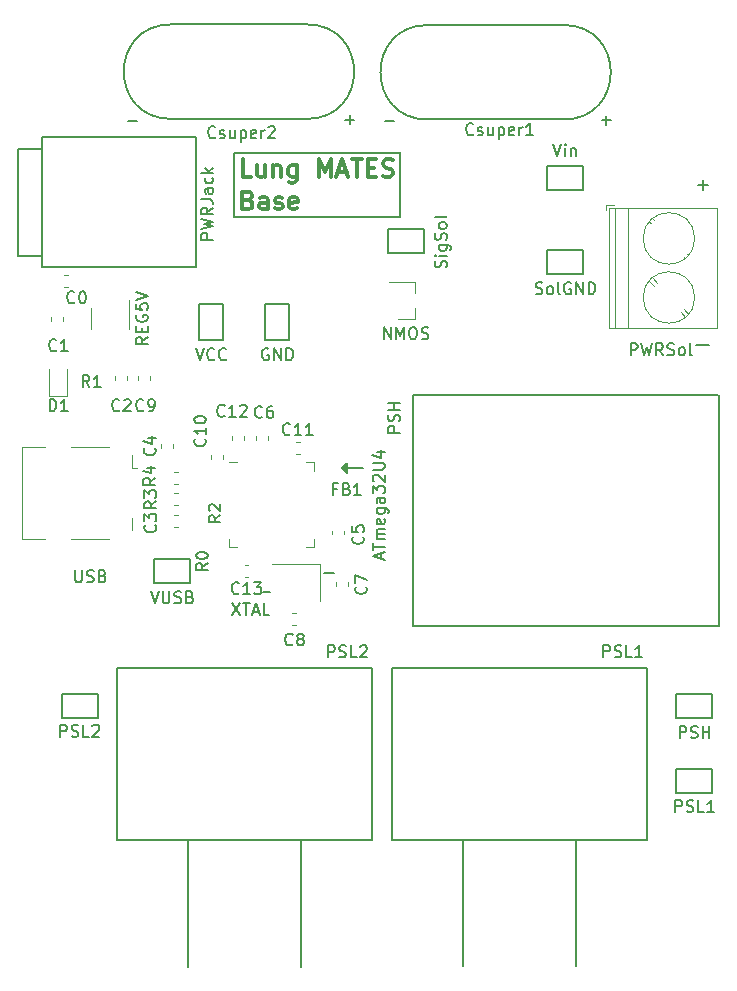
<source format=gbr>
G04 #@! TF.GenerationSoftware,KiCad,Pcbnew,5.0.1*
G04 #@! TF.CreationDate,2019-03-15T13:32:49+13:00*
G04 #@! TF.ProjectId,_autosave-baseBoard,5F6175746F736176652D62617365426F,rev?*
G04 #@! TF.SameCoordinates,Original*
G04 #@! TF.FileFunction,Legend,Top*
G04 #@! TF.FilePolarity,Positive*
%FSLAX46Y46*%
G04 Gerber Fmt 4.6, Leading zero omitted, Abs format (unit mm)*
G04 Created by KiCad (PCBNEW 5.0.1) date Fri 15 Mar 2019 01:32:49 PM NZDT*
%MOMM*%
%LPD*%
G01*
G04 APERTURE LIST*
%ADD10C,0.200000*%
%ADD11C,0.300000*%
%ADD12C,0.150000*%
%ADD13C,0.120000*%
G04 APERTURE END LIST*
D10*
X129000000Y-64280000D02*
X114930000Y-64280000D01*
X128980000Y-58820000D02*
X129000000Y-64280000D01*
X114930000Y-58830000D02*
X128960000Y-58830000D01*
X114930000Y-64290000D02*
X114930000Y-58830000D01*
D11*
X116138571Y-62842857D02*
X116352857Y-62914285D01*
X116424285Y-62985714D01*
X116495714Y-63128571D01*
X116495714Y-63342857D01*
X116424285Y-63485714D01*
X116352857Y-63557142D01*
X116210000Y-63628571D01*
X115638571Y-63628571D01*
X115638571Y-62128571D01*
X116138571Y-62128571D01*
X116281428Y-62200000D01*
X116352857Y-62271428D01*
X116424285Y-62414285D01*
X116424285Y-62557142D01*
X116352857Y-62700000D01*
X116281428Y-62771428D01*
X116138571Y-62842857D01*
X115638571Y-62842857D01*
X117781428Y-63628571D02*
X117781428Y-62842857D01*
X117710000Y-62700000D01*
X117567142Y-62628571D01*
X117281428Y-62628571D01*
X117138571Y-62700000D01*
X117781428Y-63557142D02*
X117638571Y-63628571D01*
X117281428Y-63628571D01*
X117138571Y-63557142D01*
X117067142Y-63414285D01*
X117067142Y-63271428D01*
X117138571Y-63128571D01*
X117281428Y-63057142D01*
X117638571Y-63057142D01*
X117781428Y-62985714D01*
X118424285Y-63557142D02*
X118567142Y-63628571D01*
X118852857Y-63628571D01*
X118995714Y-63557142D01*
X119067142Y-63414285D01*
X119067142Y-63342857D01*
X118995714Y-63200000D01*
X118852857Y-63128571D01*
X118638571Y-63128571D01*
X118495714Y-63057142D01*
X118424285Y-62914285D01*
X118424285Y-62842857D01*
X118495714Y-62700000D01*
X118638571Y-62628571D01*
X118852857Y-62628571D01*
X118995714Y-62700000D01*
X120281428Y-63557142D02*
X120138571Y-63628571D01*
X119852857Y-63628571D01*
X119710000Y-63557142D01*
X119638571Y-63414285D01*
X119638571Y-62842857D01*
X119710000Y-62700000D01*
X119852857Y-62628571D01*
X120138571Y-62628571D01*
X120281428Y-62700000D01*
X120352857Y-62842857D01*
X120352857Y-62985714D01*
X119638571Y-63128571D01*
X116402857Y-60898571D02*
X115688571Y-60898571D01*
X115688571Y-59398571D01*
X117545714Y-59898571D02*
X117545714Y-60898571D01*
X116902857Y-59898571D02*
X116902857Y-60684285D01*
X116974285Y-60827142D01*
X117117142Y-60898571D01*
X117331428Y-60898571D01*
X117474285Y-60827142D01*
X117545714Y-60755714D01*
X118260000Y-59898571D02*
X118260000Y-60898571D01*
X118260000Y-60041428D02*
X118331428Y-59970000D01*
X118474285Y-59898571D01*
X118688571Y-59898571D01*
X118831428Y-59970000D01*
X118902857Y-60112857D01*
X118902857Y-60898571D01*
X120260000Y-59898571D02*
X120260000Y-61112857D01*
X120188571Y-61255714D01*
X120117142Y-61327142D01*
X119974285Y-61398571D01*
X119760000Y-61398571D01*
X119617142Y-61327142D01*
X120260000Y-60827142D02*
X120117142Y-60898571D01*
X119831428Y-60898571D01*
X119688571Y-60827142D01*
X119617142Y-60755714D01*
X119545714Y-60612857D01*
X119545714Y-60184285D01*
X119617142Y-60041428D01*
X119688571Y-59970000D01*
X119831428Y-59898571D01*
X120117142Y-59898571D01*
X120260000Y-59970000D01*
X122117142Y-60898571D02*
X122117142Y-59398571D01*
X122617142Y-60470000D01*
X123117142Y-59398571D01*
X123117142Y-60898571D01*
X123760000Y-60470000D02*
X124474285Y-60470000D01*
X123617142Y-60898571D02*
X124117142Y-59398571D01*
X124617142Y-60898571D01*
X124902857Y-59398571D02*
X125760000Y-59398571D01*
X125331428Y-60898571D02*
X125331428Y-59398571D01*
X126260000Y-60112857D02*
X126760000Y-60112857D01*
X126974285Y-60898571D02*
X126260000Y-60898571D01*
X126260000Y-59398571D01*
X126974285Y-59398571D01*
X127545714Y-60827142D02*
X127760000Y-60898571D01*
X128117142Y-60898571D01*
X128260000Y-60827142D01*
X128331428Y-60755714D01*
X128402857Y-60612857D01*
X128402857Y-60470000D01*
X128331428Y-60327142D01*
X128260000Y-60255714D01*
X128117142Y-60184285D01*
X127831428Y-60112857D01*
X127688571Y-60041428D01*
X127617142Y-59970000D01*
X127545714Y-59827142D01*
X127545714Y-59684285D01*
X127617142Y-59541428D01*
X127688571Y-59470000D01*
X127831428Y-59398571D01*
X128188571Y-59398571D01*
X128402857Y-59470000D01*
D10*
X154080000Y-75140000D02*
X155140000Y-75140000D01*
X154190000Y-61530000D02*
X155080000Y-61530000D01*
X154640000Y-61170000D02*
X154640000Y-61960000D01*
X124390000Y-85340000D02*
X124370000Y-85670000D01*
X124500000Y-85980000D02*
X124070000Y-85560000D01*
X124500000Y-85120000D02*
X124500000Y-85980000D01*
X124050000Y-85540000D02*
X124500000Y-85120000D01*
X125890000Y-85540000D02*
X124050000Y-85540000D01*
D12*
G04 #@! TO.C,PSL2*
X126620000Y-102440000D02*
X126620000Y-117040000D01*
X126620000Y-102440000D02*
X105020000Y-102440000D01*
X105020000Y-102440000D02*
X105020000Y-117040000D01*
X126620000Y-117040000D02*
X105020000Y-117040000D01*
X120620000Y-117040000D02*
X120620000Y-127740000D01*
X111020000Y-117040000D02*
X111020000Y-127740000D01*
D13*
G04 #@! TO.C,C9*
X107845320Y-77754261D02*
X107845320Y-78079819D01*
X106825320Y-77754261D02*
X106825320Y-78079819D01*
G04 #@! TO.C,REG5V*
X102800000Y-71960000D02*
X102800000Y-73760000D01*
X106020000Y-73760000D02*
X106020000Y-71310000D01*
G04 #@! TO.C,C0*
X100862779Y-69190000D02*
X100537221Y-69190000D01*
X100862779Y-70210000D02*
X100537221Y-70210000D01*
G04 #@! TO.C,C1*
X99410000Y-73092779D02*
X99410000Y-72767221D01*
X100430000Y-73092779D02*
X100430000Y-72767221D01*
G04 #@! TO.C,C2*
X105870000Y-77727221D02*
X105870000Y-78052779D01*
X104850000Y-77727221D02*
X104850000Y-78052779D01*
G04 #@! TO.C,C3*
X110192779Y-90540000D02*
X109867221Y-90540000D01*
X110192779Y-89520000D02*
X109867221Y-89520000D01*
G04 #@! TO.C,C4*
X108780000Y-83842779D02*
X108780000Y-83517221D01*
X109800000Y-83842779D02*
X109800000Y-83517221D01*
G04 #@! TO.C,C5*
X123240000Y-90837221D02*
X123240000Y-91162779D01*
X124260000Y-90837221D02*
X124260000Y-91162779D01*
G04 #@! TO.C,C6*
X117820000Y-83172779D02*
X117820000Y-82847221D01*
X116800000Y-83172779D02*
X116800000Y-82847221D01*
G04 #@! TO.C,C7*
X123540000Y-95502779D02*
X123540000Y-95177221D01*
X124560000Y-95502779D02*
X124560000Y-95177221D01*
G04 #@! TO.C,C8*
X119877221Y-98810000D02*
X120202779Y-98810000D01*
X119877221Y-97790000D02*
X120202779Y-97790000D01*
D12*
G04 #@! TO.C,Csuper1*
X142840000Y-48026000D02*
G75*
G02X142840000Y-56026000I0J-4000000D01*
G01*
X131340000Y-56026000D02*
G75*
G02X131340000Y-48026000I0J4000000D01*
G01*
X142840000Y-48026000D02*
X131340000Y-48026000D01*
X142840000Y-56026000D02*
X131340000Y-56026000D01*
G04 #@! TO.C,Csuper2*
X121110000Y-55976000D02*
X109610000Y-55976000D01*
X121110000Y-47976000D02*
X109610000Y-47976000D01*
X109610000Y-55976000D02*
G75*
G02X109610000Y-47976000I0J4000000D01*
G01*
X121110000Y-47976000D02*
G75*
G02X121110000Y-55976000I0J-4000000D01*
G01*
D13*
G04 #@! TO.C,D1*
X99295000Y-77150000D02*
X99295000Y-79435000D01*
X99295000Y-79435000D02*
X100765000Y-79435000D01*
X100765000Y-79435000D02*
X100765000Y-77150000D01*
D12*
G04 #@! TO.C,PWRJack*
X98690000Y-57550000D02*
X98690000Y-68550000D01*
X96690000Y-58550000D02*
X96690000Y-67550000D01*
X96690000Y-58550000D02*
X98690000Y-58550000D01*
X96690000Y-67550000D02*
X98690000Y-67550000D01*
X98690000Y-57550000D02*
X111690000Y-57550000D01*
X111690000Y-57550000D02*
X111690000Y-68550000D01*
X111690000Y-68550000D02*
X98690000Y-68550000D01*
D13*
G04 #@! TO.C,USB*
X96960000Y-91540000D02*
X96960000Y-83720000D01*
X106280000Y-85520000D02*
X106710000Y-85520000D01*
X96960000Y-91540000D02*
X98910000Y-91540000D01*
X101130000Y-91540000D02*
X104360000Y-91540000D01*
X106280000Y-89740000D02*
X106280000Y-90820000D01*
X106280000Y-84440000D02*
X106280000Y-85520000D01*
X101130000Y-83720000D02*
X104360000Y-83720000D01*
X96960000Y-83720000D02*
X98910000Y-83720000D01*
G04 #@! TO.C,PWRSol*
X153944000Y-66096000D02*
G75*
G03X153944000Y-66096000I-2180000J0D01*
G01*
X153944000Y-71096000D02*
G75*
G03X153944000Y-71096000I-2180000J0D01*
G01*
X147164000Y-63536000D02*
X147164000Y-73656000D01*
X148264000Y-63536000D02*
X148264000Y-73656000D01*
X155824000Y-63536000D02*
X155824000Y-73656000D01*
X146704000Y-63536000D02*
X146704000Y-73656000D01*
X155824000Y-63536000D02*
X146704000Y-63536000D01*
X155824000Y-73656000D02*
X146704000Y-73656000D01*
X153152000Y-67750000D02*
X153045000Y-67643000D01*
X150217000Y-64814000D02*
X150110000Y-64708000D01*
X153418000Y-67484000D02*
X153311000Y-67377000D01*
X150483000Y-64548000D02*
X150376000Y-64442000D01*
X153152000Y-72750000D02*
X152756000Y-72355000D01*
X150490000Y-70089000D02*
X150110000Y-69709000D01*
X153418000Y-72484000D02*
X153038000Y-72104000D01*
X150772000Y-69838000D02*
X150376000Y-69443000D01*
X147104000Y-63296000D02*
X146464000Y-63296000D01*
X146464000Y-63296000D02*
X146464000Y-63696000D01*
G04 #@! TO.C,NMOS*
X130244120Y-72918440D02*
X130244120Y-71988440D01*
X130244120Y-69758440D02*
X130244120Y-70688440D01*
X130244120Y-69758440D02*
X128084120Y-69758440D01*
X130244120Y-72918440D02*
X128784120Y-72918440D01*
D12*
G04 #@! TO.C,PSH*
X130096000Y-98888000D02*
X130096000Y-79388000D01*
X130096000Y-98888000D02*
X155896000Y-98888000D01*
X130096000Y-79388000D02*
X155896000Y-79388000D01*
X156004000Y-98888000D02*
X156004000Y-79388000D01*
G04 #@! TO.C,PSL1*
X134328000Y-117028000D02*
X134328000Y-127728000D01*
X143928000Y-117028000D02*
X143928000Y-127728000D01*
X149928000Y-117028000D02*
X128328000Y-117028000D01*
X128328000Y-102428000D02*
X128328000Y-117028000D01*
X149928000Y-102428000D02*
X128328000Y-102428000D01*
X149928000Y-102428000D02*
X149928000Y-117028000D01*
D13*
G04 #@! TO.C,R3*
X110170279Y-88648000D02*
X109844721Y-88648000D01*
X110170279Y-87628000D02*
X109844721Y-87628000D01*
G04 #@! TO.C,R4*
X109844721Y-86870000D02*
X110170279Y-86870000D01*
X109844721Y-85850000D02*
X110170279Y-85850000D01*
D12*
G04 #@! TO.C,GND*
X117602000Y-74676000D02*
X117602000Y-71628000D01*
X117602000Y-71628000D02*
X119634000Y-71628000D01*
X119634000Y-71628000D02*
X119634000Y-74676000D01*
X119634000Y-74676000D02*
X117602000Y-74676000D01*
G04 #@! TO.C,PSH*
X152400000Y-104648000D02*
X155448000Y-104648000D01*
X155448000Y-104648000D02*
X155448000Y-106680000D01*
X155448000Y-106680000D02*
X152400000Y-106680000D01*
X152400000Y-106680000D02*
X152400000Y-104648000D01*
G04 #@! TO.C,PSL1*
X152400000Y-113030000D02*
X152400000Y-110998000D01*
X155448000Y-113030000D02*
X152400000Y-113030000D01*
X155448000Y-110998000D02*
X155448000Y-113030000D01*
X152400000Y-110998000D02*
X155448000Y-110998000D01*
G04 #@! TO.C,PSL2*
X103434000Y-106666000D02*
X100386000Y-106666000D01*
X100386000Y-106666000D02*
X100386000Y-104634000D01*
X100386000Y-104634000D02*
X103434000Y-104634000D01*
X103434000Y-104634000D02*
X103434000Y-106666000D01*
G04 #@! TO.C,VUSB*
X108204000Y-95250000D02*
X108204000Y-93218000D01*
X111252000Y-95250000D02*
X108204000Y-95250000D01*
X111252000Y-93218000D02*
X111252000Y-95250000D01*
X108204000Y-93218000D02*
X111252000Y-93218000D01*
G04 #@! TO.C,VCC*
X112014000Y-74676000D02*
X112014000Y-71628000D01*
X112014000Y-71628000D02*
X114046000Y-71628000D01*
X114046000Y-71628000D02*
X114046000Y-74676000D01*
X114046000Y-74676000D02*
X112014000Y-74676000D01*
G04 #@! TO.C,SigSol*
X128016000Y-67310000D02*
X128016000Y-65278000D01*
X131064000Y-67310000D02*
X128016000Y-67310000D01*
X131064000Y-65278000D02*
X131064000Y-67310000D01*
X128016000Y-65278000D02*
X131064000Y-65278000D01*
G04 #@! TO.C,Vin*
X141478000Y-61976000D02*
X141478000Y-59944000D01*
X144526000Y-61976000D02*
X141478000Y-61976000D01*
X144526000Y-59944000D02*
X144526000Y-61976000D01*
X141478000Y-59944000D02*
X144526000Y-59944000D01*
G04 #@! TO.C,SolGND*
X141478000Y-67056000D02*
X144526000Y-67056000D01*
X144526000Y-67056000D02*
X144526000Y-69088000D01*
X144526000Y-69088000D02*
X141478000Y-69088000D01*
X141478000Y-69088000D02*
X141478000Y-67056000D01*
D13*
G04 #@! TO.C,ATmega32U4*
X120995000Y-85036000D02*
X121720000Y-85036000D01*
X121720000Y-85036000D02*
X121720000Y-85761000D01*
X115225000Y-92256000D02*
X114500000Y-92256000D01*
X114500000Y-92256000D02*
X114500000Y-91531000D01*
X120995000Y-92256000D02*
X121720000Y-92256000D01*
X121720000Y-92256000D02*
X121720000Y-91531000D01*
X115225000Y-85036000D02*
X114500000Y-85036000D01*
G04 #@! TO.C,C10*
X113028000Y-84744779D02*
X113028000Y-84419221D01*
X114048000Y-84744779D02*
X114048000Y-84419221D01*
G04 #@! TO.C,XTAL*
X122190000Y-96795000D02*
X122190000Y-93645000D01*
X122190000Y-93645000D02*
X118190000Y-93645000D01*
D12*
X117990000Y-96020000D02*
X117390000Y-96020000D01*
X122590000Y-94420000D02*
X123390000Y-94420000D01*
D13*
G04 #@! TO.C,C11*
X120487779Y-84335000D02*
X120162221Y-84335000D01*
X120487779Y-83315000D02*
X120162221Y-83315000D01*
G04 #@! TO.C,C12*
X115760000Y-83162779D02*
X115760000Y-82837221D01*
X114740000Y-83162779D02*
X114740000Y-82837221D01*
G04 #@! TO.C,C13*
X115837221Y-93740000D02*
X116162779Y-93740000D01*
X115837221Y-94760000D02*
X116162779Y-94760000D01*
G04 #@! TO.C,PSL2*
D12*
X122900952Y-101556380D02*
X122900952Y-100556380D01*
X123281904Y-100556380D01*
X123377142Y-100604000D01*
X123424761Y-100651619D01*
X123472380Y-100746857D01*
X123472380Y-100889714D01*
X123424761Y-100984952D01*
X123377142Y-101032571D01*
X123281904Y-101080190D01*
X122900952Y-101080190D01*
X123853333Y-101508761D02*
X123996190Y-101556380D01*
X124234285Y-101556380D01*
X124329523Y-101508761D01*
X124377142Y-101461142D01*
X124424761Y-101365904D01*
X124424761Y-101270666D01*
X124377142Y-101175428D01*
X124329523Y-101127809D01*
X124234285Y-101080190D01*
X124043809Y-101032571D01*
X123948571Y-100984952D01*
X123900952Y-100937333D01*
X123853333Y-100842095D01*
X123853333Y-100746857D01*
X123900952Y-100651619D01*
X123948571Y-100604000D01*
X124043809Y-100556380D01*
X124281904Y-100556380D01*
X124424761Y-100604000D01*
X125329523Y-101556380D02*
X124853333Y-101556380D01*
X124853333Y-100556380D01*
X125615238Y-100651619D02*
X125662857Y-100604000D01*
X125758095Y-100556380D01*
X125996190Y-100556380D01*
X126091428Y-100604000D01*
X126139047Y-100651619D01*
X126186666Y-100746857D01*
X126186666Y-100842095D01*
X126139047Y-100984952D01*
X125567619Y-101556380D01*
X126186666Y-101556380D01*
G04 #@! TO.C,FB1*
X123626666Y-87304571D02*
X123293333Y-87304571D01*
X123293333Y-87828380D02*
X123293333Y-86828380D01*
X123769523Y-86828380D01*
X124483809Y-87304571D02*
X124626666Y-87352190D01*
X124674285Y-87399809D01*
X124721904Y-87495047D01*
X124721904Y-87637904D01*
X124674285Y-87733142D01*
X124626666Y-87780761D01*
X124531428Y-87828380D01*
X124150476Y-87828380D01*
X124150476Y-86828380D01*
X124483809Y-86828380D01*
X124579047Y-86876000D01*
X124626666Y-86923619D01*
X124674285Y-87018857D01*
X124674285Y-87114095D01*
X124626666Y-87209333D01*
X124579047Y-87256952D01*
X124483809Y-87304571D01*
X124150476Y-87304571D01*
X125674285Y-87828380D02*
X125102857Y-87828380D01*
X125388571Y-87828380D02*
X125388571Y-86828380D01*
X125293333Y-86971238D01*
X125198095Y-87066476D01*
X125102857Y-87114095D01*
G04 #@! TO.C,C9*
X107275333Y-80621142D02*
X107227714Y-80668761D01*
X107084857Y-80716380D01*
X106989619Y-80716380D01*
X106846761Y-80668761D01*
X106751523Y-80573523D01*
X106703904Y-80478285D01*
X106656285Y-80287809D01*
X106656285Y-80144952D01*
X106703904Y-79954476D01*
X106751523Y-79859238D01*
X106846761Y-79764000D01*
X106989619Y-79716380D01*
X107084857Y-79716380D01*
X107227714Y-79764000D01*
X107275333Y-79811619D01*
X107751523Y-80716380D02*
X107942000Y-80716380D01*
X108037238Y-80668761D01*
X108084857Y-80621142D01*
X108180095Y-80478285D01*
X108227714Y-80287809D01*
X108227714Y-79906857D01*
X108180095Y-79811619D01*
X108132476Y-79764000D01*
X108037238Y-79716380D01*
X107846761Y-79716380D01*
X107751523Y-79764000D01*
X107703904Y-79811619D01*
X107656285Y-79906857D01*
X107656285Y-80144952D01*
X107703904Y-80240190D01*
X107751523Y-80287809D01*
X107846761Y-80335428D01*
X108037238Y-80335428D01*
X108132476Y-80287809D01*
X108180095Y-80240190D01*
X108227714Y-80144952D01*
G04 #@! TO.C,REG5V*
X107640380Y-74445619D02*
X107164190Y-74778952D01*
X107640380Y-75017047D02*
X106640380Y-75017047D01*
X106640380Y-74636095D01*
X106688000Y-74540857D01*
X106735619Y-74493238D01*
X106830857Y-74445619D01*
X106973714Y-74445619D01*
X107068952Y-74493238D01*
X107116571Y-74540857D01*
X107164190Y-74636095D01*
X107164190Y-75017047D01*
X107116571Y-74017047D02*
X107116571Y-73683714D01*
X107640380Y-73540857D02*
X107640380Y-74017047D01*
X106640380Y-74017047D01*
X106640380Y-73540857D01*
X106688000Y-72588476D02*
X106640380Y-72683714D01*
X106640380Y-72826571D01*
X106688000Y-72969428D01*
X106783238Y-73064666D01*
X106878476Y-73112285D01*
X107068952Y-73159904D01*
X107211809Y-73159904D01*
X107402285Y-73112285D01*
X107497523Y-73064666D01*
X107592761Y-72969428D01*
X107640380Y-72826571D01*
X107640380Y-72731333D01*
X107592761Y-72588476D01*
X107545142Y-72540857D01*
X107211809Y-72540857D01*
X107211809Y-72731333D01*
X106640380Y-71636095D02*
X106640380Y-72112285D01*
X107116571Y-72159904D01*
X107068952Y-72112285D01*
X107021333Y-72017047D01*
X107021333Y-71778952D01*
X107068952Y-71683714D01*
X107116571Y-71636095D01*
X107211809Y-71588476D01*
X107449904Y-71588476D01*
X107545142Y-71636095D01*
X107592761Y-71683714D01*
X107640380Y-71778952D01*
X107640380Y-72017047D01*
X107592761Y-72112285D01*
X107545142Y-72159904D01*
X106640380Y-71302761D02*
X107640380Y-70969428D01*
X106640380Y-70636095D01*
G04 #@! TO.C,C0*
X101433333Y-71477142D02*
X101385714Y-71524761D01*
X101242857Y-71572380D01*
X101147619Y-71572380D01*
X101004761Y-71524761D01*
X100909523Y-71429523D01*
X100861904Y-71334285D01*
X100814285Y-71143809D01*
X100814285Y-71000952D01*
X100861904Y-70810476D01*
X100909523Y-70715238D01*
X101004761Y-70620000D01*
X101147619Y-70572380D01*
X101242857Y-70572380D01*
X101385714Y-70620000D01*
X101433333Y-70667619D01*
X102052380Y-70572380D02*
X102147619Y-70572380D01*
X102242857Y-70620000D01*
X102290476Y-70667619D01*
X102338095Y-70762857D01*
X102385714Y-70953333D01*
X102385714Y-71191428D01*
X102338095Y-71381904D01*
X102290476Y-71477142D01*
X102242857Y-71524761D01*
X102147619Y-71572380D01*
X102052380Y-71572380D01*
X101957142Y-71524761D01*
X101909523Y-71477142D01*
X101861904Y-71381904D01*
X101814285Y-71191428D01*
X101814285Y-70953333D01*
X101861904Y-70762857D01*
X101909523Y-70667619D01*
X101957142Y-70620000D01*
X102052380Y-70572380D01*
G04 #@! TO.C,C1*
X99909333Y-75541142D02*
X99861714Y-75588761D01*
X99718857Y-75636380D01*
X99623619Y-75636380D01*
X99480761Y-75588761D01*
X99385523Y-75493523D01*
X99337904Y-75398285D01*
X99290285Y-75207809D01*
X99290285Y-75064952D01*
X99337904Y-74874476D01*
X99385523Y-74779238D01*
X99480761Y-74684000D01*
X99623619Y-74636380D01*
X99718857Y-74636380D01*
X99861714Y-74684000D01*
X99909333Y-74731619D01*
X100861714Y-75636380D02*
X100290285Y-75636380D01*
X100576000Y-75636380D02*
X100576000Y-74636380D01*
X100480761Y-74779238D01*
X100385523Y-74874476D01*
X100290285Y-74922095D01*
G04 #@! TO.C,C2*
X105243333Y-80621142D02*
X105195714Y-80668761D01*
X105052857Y-80716380D01*
X104957619Y-80716380D01*
X104814761Y-80668761D01*
X104719523Y-80573523D01*
X104671904Y-80478285D01*
X104624285Y-80287809D01*
X104624285Y-80144952D01*
X104671904Y-79954476D01*
X104719523Y-79859238D01*
X104814761Y-79764000D01*
X104957619Y-79716380D01*
X105052857Y-79716380D01*
X105195714Y-79764000D01*
X105243333Y-79811619D01*
X105624285Y-79811619D02*
X105671904Y-79764000D01*
X105767142Y-79716380D01*
X106005238Y-79716380D01*
X106100476Y-79764000D01*
X106148095Y-79811619D01*
X106195714Y-79906857D01*
X106195714Y-80002095D01*
X106148095Y-80144952D01*
X105576666Y-80716380D01*
X106195714Y-80716380D01*
G04 #@! TO.C,C3*
X108257142Y-90366666D02*
X108304761Y-90414285D01*
X108352380Y-90557142D01*
X108352380Y-90652380D01*
X108304761Y-90795238D01*
X108209523Y-90890476D01*
X108114285Y-90938095D01*
X107923809Y-90985714D01*
X107780952Y-90985714D01*
X107590476Y-90938095D01*
X107495238Y-90890476D01*
X107400000Y-90795238D01*
X107352380Y-90652380D01*
X107352380Y-90557142D01*
X107400000Y-90414285D01*
X107447619Y-90366666D01*
X107352380Y-90033333D02*
X107352380Y-89414285D01*
X107733333Y-89747619D01*
X107733333Y-89604761D01*
X107780952Y-89509523D01*
X107828571Y-89461904D01*
X107923809Y-89414285D01*
X108161904Y-89414285D01*
X108257142Y-89461904D01*
X108304761Y-89509523D01*
X108352380Y-89604761D01*
X108352380Y-89890476D01*
X108304761Y-89985714D01*
X108257142Y-90033333D01*
G04 #@! TO.C,C4*
X108217142Y-83846666D02*
X108264761Y-83894285D01*
X108312380Y-84037142D01*
X108312380Y-84132380D01*
X108264761Y-84275238D01*
X108169523Y-84370476D01*
X108074285Y-84418095D01*
X107883809Y-84465714D01*
X107740952Y-84465714D01*
X107550476Y-84418095D01*
X107455238Y-84370476D01*
X107360000Y-84275238D01*
X107312380Y-84132380D01*
X107312380Y-84037142D01*
X107360000Y-83894285D01*
X107407619Y-83846666D01*
X107645714Y-82989523D02*
X108312380Y-82989523D01*
X107264761Y-83227619D02*
X107979047Y-83465714D01*
X107979047Y-82846666D01*
G04 #@! TO.C,C5*
X125833142Y-91352666D02*
X125880761Y-91400285D01*
X125928380Y-91543142D01*
X125928380Y-91638380D01*
X125880761Y-91781238D01*
X125785523Y-91876476D01*
X125690285Y-91924095D01*
X125499809Y-91971714D01*
X125356952Y-91971714D01*
X125166476Y-91924095D01*
X125071238Y-91876476D01*
X124976000Y-91781238D01*
X124928380Y-91638380D01*
X124928380Y-91543142D01*
X124976000Y-91400285D01*
X125023619Y-91352666D01*
X124928380Y-90447904D02*
X124928380Y-90924095D01*
X125404571Y-90971714D01*
X125356952Y-90924095D01*
X125309333Y-90828857D01*
X125309333Y-90590761D01*
X125356952Y-90495523D01*
X125404571Y-90447904D01*
X125499809Y-90400285D01*
X125737904Y-90400285D01*
X125833142Y-90447904D01*
X125880761Y-90495523D01*
X125928380Y-90590761D01*
X125928380Y-90828857D01*
X125880761Y-90924095D01*
X125833142Y-90971714D01*
G04 #@! TO.C,C6*
X117313333Y-81197142D02*
X117265714Y-81244761D01*
X117122857Y-81292380D01*
X117027619Y-81292380D01*
X116884761Y-81244761D01*
X116789523Y-81149523D01*
X116741904Y-81054285D01*
X116694285Y-80863809D01*
X116694285Y-80720952D01*
X116741904Y-80530476D01*
X116789523Y-80435238D01*
X116884761Y-80340000D01*
X117027619Y-80292380D01*
X117122857Y-80292380D01*
X117265714Y-80340000D01*
X117313333Y-80387619D01*
X118170476Y-80292380D02*
X117980000Y-80292380D01*
X117884761Y-80340000D01*
X117837142Y-80387619D01*
X117741904Y-80530476D01*
X117694285Y-80720952D01*
X117694285Y-81101904D01*
X117741904Y-81197142D01*
X117789523Y-81244761D01*
X117884761Y-81292380D01*
X118075238Y-81292380D01*
X118170476Y-81244761D01*
X118218095Y-81197142D01*
X118265714Y-81101904D01*
X118265714Y-80863809D01*
X118218095Y-80768571D01*
X118170476Y-80720952D01*
X118075238Y-80673333D01*
X117884761Y-80673333D01*
X117789523Y-80720952D01*
X117741904Y-80768571D01*
X117694285Y-80863809D01*
G04 #@! TO.C,C7*
X126087142Y-95586666D02*
X126134761Y-95634285D01*
X126182380Y-95777142D01*
X126182380Y-95872380D01*
X126134761Y-96015238D01*
X126039523Y-96110476D01*
X125944285Y-96158095D01*
X125753809Y-96205714D01*
X125610952Y-96205714D01*
X125420476Y-96158095D01*
X125325238Y-96110476D01*
X125230000Y-96015238D01*
X125182380Y-95872380D01*
X125182380Y-95777142D01*
X125230000Y-95634285D01*
X125277619Y-95586666D01*
X125182380Y-95253333D02*
X125182380Y-94586666D01*
X126182380Y-95015238D01*
G04 #@! TO.C,C8*
X119893333Y-100457142D02*
X119845714Y-100504761D01*
X119702857Y-100552380D01*
X119607619Y-100552380D01*
X119464761Y-100504761D01*
X119369523Y-100409523D01*
X119321904Y-100314285D01*
X119274285Y-100123809D01*
X119274285Y-99980952D01*
X119321904Y-99790476D01*
X119369523Y-99695238D01*
X119464761Y-99600000D01*
X119607619Y-99552380D01*
X119702857Y-99552380D01*
X119845714Y-99600000D01*
X119893333Y-99647619D01*
X120464761Y-99980952D02*
X120369523Y-99933333D01*
X120321904Y-99885714D01*
X120274285Y-99790476D01*
X120274285Y-99742857D01*
X120321904Y-99647619D01*
X120369523Y-99600000D01*
X120464761Y-99552380D01*
X120655238Y-99552380D01*
X120750476Y-99600000D01*
X120798095Y-99647619D01*
X120845714Y-99742857D01*
X120845714Y-99790476D01*
X120798095Y-99885714D01*
X120750476Y-99933333D01*
X120655238Y-99980952D01*
X120464761Y-99980952D01*
X120369523Y-100028571D01*
X120321904Y-100076190D01*
X120274285Y-100171428D01*
X120274285Y-100361904D01*
X120321904Y-100457142D01*
X120369523Y-100504761D01*
X120464761Y-100552380D01*
X120655238Y-100552380D01*
X120750476Y-100504761D01*
X120798095Y-100457142D01*
X120845714Y-100361904D01*
X120845714Y-100171428D01*
X120798095Y-100076190D01*
X120750476Y-100028571D01*
X120655238Y-99980952D01*
G04 #@! TO.C,Csuper1*
X135199714Y-57253142D02*
X135152095Y-57300761D01*
X135009238Y-57348380D01*
X134914000Y-57348380D01*
X134771142Y-57300761D01*
X134675904Y-57205523D01*
X134628285Y-57110285D01*
X134580666Y-56919809D01*
X134580666Y-56776952D01*
X134628285Y-56586476D01*
X134675904Y-56491238D01*
X134771142Y-56396000D01*
X134914000Y-56348380D01*
X135009238Y-56348380D01*
X135152095Y-56396000D01*
X135199714Y-56443619D01*
X135580666Y-57300761D02*
X135675904Y-57348380D01*
X135866380Y-57348380D01*
X135961619Y-57300761D01*
X136009238Y-57205523D01*
X136009238Y-57157904D01*
X135961619Y-57062666D01*
X135866380Y-57015047D01*
X135723523Y-57015047D01*
X135628285Y-56967428D01*
X135580666Y-56872190D01*
X135580666Y-56824571D01*
X135628285Y-56729333D01*
X135723523Y-56681714D01*
X135866380Y-56681714D01*
X135961619Y-56729333D01*
X136866380Y-56681714D02*
X136866380Y-57348380D01*
X136437809Y-56681714D02*
X136437809Y-57205523D01*
X136485428Y-57300761D01*
X136580666Y-57348380D01*
X136723523Y-57348380D01*
X136818761Y-57300761D01*
X136866380Y-57253142D01*
X137342571Y-56681714D02*
X137342571Y-57681714D01*
X137342571Y-56729333D02*
X137437809Y-56681714D01*
X137628285Y-56681714D01*
X137723523Y-56729333D01*
X137771142Y-56776952D01*
X137818761Y-56872190D01*
X137818761Y-57157904D01*
X137771142Y-57253142D01*
X137723523Y-57300761D01*
X137628285Y-57348380D01*
X137437809Y-57348380D01*
X137342571Y-57300761D01*
X138628285Y-57300761D02*
X138533047Y-57348380D01*
X138342571Y-57348380D01*
X138247333Y-57300761D01*
X138199714Y-57205523D01*
X138199714Y-56824571D01*
X138247333Y-56729333D01*
X138342571Y-56681714D01*
X138533047Y-56681714D01*
X138628285Y-56729333D01*
X138675904Y-56824571D01*
X138675904Y-56919809D01*
X138199714Y-57015047D01*
X139104476Y-57348380D02*
X139104476Y-56681714D01*
X139104476Y-56872190D02*
X139152095Y-56776952D01*
X139199714Y-56729333D01*
X139294952Y-56681714D01*
X139390190Y-56681714D01*
X140247333Y-57348380D02*
X139675904Y-57348380D01*
X139961619Y-57348380D02*
X139961619Y-56348380D01*
X139866380Y-56491238D01*
X139771142Y-56586476D01*
X139675904Y-56634095D01*
X127727047Y-56161428D02*
X128488952Y-56161428D01*
X146467428Y-56470952D02*
X146467428Y-55709047D01*
X146848380Y-56090000D02*
X146086476Y-56090000D01*
G04 #@! TO.C,Csuper2*
X113355714Y-57507142D02*
X113308095Y-57554761D01*
X113165238Y-57602380D01*
X113070000Y-57602380D01*
X112927142Y-57554761D01*
X112831904Y-57459523D01*
X112784285Y-57364285D01*
X112736666Y-57173809D01*
X112736666Y-57030952D01*
X112784285Y-56840476D01*
X112831904Y-56745238D01*
X112927142Y-56650000D01*
X113070000Y-56602380D01*
X113165238Y-56602380D01*
X113308095Y-56650000D01*
X113355714Y-56697619D01*
X113736666Y-57554761D02*
X113831904Y-57602380D01*
X114022380Y-57602380D01*
X114117619Y-57554761D01*
X114165238Y-57459523D01*
X114165238Y-57411904D01*
X114117619Y-57316666D01*
X114022380Y-57269047D01*
X113879523Y-57269047D01*
X113784285Y-57221428D01*
X113736666Y-57126190D01*
X113736666Y-57078571D01*
X113784285Y-56983333D01*
X113879523Y-56935714D01*
X114022380Y-56935714D01*
X114117619Y-56983333D01*
X115022380Y-56935714D02*
X115022380Y-57602380D01*
X114593809Y-56935714D02*
X114593809Y-57459523D01*
X114641428Y-57554761D01*
X114736666Y-57602380D01*
X114879523Y-57602380D01*
X114974761Y-57554761D01*
X115022380Y-57507142D01*
X115498571Y-56935714D02*
X115498571Y-57935714D01*
X115498571Y-56983333D02*
X115593809Y-56935714D01*
X115784285Y-56935714D01*
X115879523Y-56983333D01*
X115927142Y-57030952D01*
X115974761Y-57126190D01*
X115974761Y-57411904D01*
X115927142Y-57507142D01*
X115879523Y-57554761D01*
X115784285Y-57602380D01*
X115593809Y-57602380D01*
X115498571Y-57554761D01*
X116784285Y-57554761D02*
X116689047Y-57602380D01*
X116498571Y-57602380D01*
X116403333Y-57554761D01*
X116355714Y-57459523D01*
X116355714Y-57078571D01*
X116403333Y-56983333D01*
X116498571Y-56935714D01*
X116689047Y-56935714D01*
X116784285Y-56983333D01*
X116831904Y-57078571D01*
X116831904Y-57173809D01*
X116355714Y-57269047D01*
X117260476Y-57602380D02*
X117260476Y-56935714D01*
X117260476Y-57126190D02*
X117308095Y-57030952D01*
X117355714Y-56983333D01*
X117450952Y-56935714D01*
X117546190Y-56935714D01*
X117831904Y-56697619D02*
X117879523Y-56650000D01*
X117974761Y-56602380D01*
X118212857Y-56602380D01*
X118308095Y-56650000D01*
X118355714Y-56697619D01*
X118403333Y-56792857D01*
X118403333Y-56888095D01*
X118355714Y-57030952D01*
X117784285Y-57602380D01*
X118403333Y-57602380D01*
X124737428Y-56420952D02*
X124737428Y-55659047D01*
X125118380Y-56040000D02*
X124356476Y-56040000D01*
X105997047Y-56111428D02*
X106758952Y-56111428D01*
G04 #@! TO.C,D1*
X99337904Y-80716380D02*
X99337904Y-79716380D01*
X99576000Y-79716380D01*
X99718857Y-79764000D01*
X99814095Y-79859238D01*
X99861714Y-79954476D01*
X99909333Y-80144952D01*
X99909333Y-80287809D01*
X99861714Y-80478285D01*
X99814095Y-80573523D01*
X99718857Y-80668761D01*
X99576000Y-80716380D01*
X99337904Y-80716380D01*
X100861714Y-80716380D02*
X100290285Y-80716380D01*
X100576000Y-80716380D02*
X100576000Y-79716380D01*
X100480761Y-79859238D01*
X100385523Y-79954476D01*
X100290285Y-80002095D01*
G04 #@! TO.C,PWRJack*
X113152380Y-66200000D02*
X112152380Y-66200000D01*
X112152380Y-65819047D01*
X112200000Y-65723809D01*
X112247619Y-65676190D01*
X112342857Y-65628571D01*
X112485714Y-65628571D01*
X112580952Y-65676190D01*
X112628571Y-65723809D01*
X112676190Y-65819047D01*
X112676190Y-66200000D01*
X112152380Y-65295238D02*
X113152380Y-65057142D01*
X112438095Y-64866666D01*
X113152380Y-64676190D01*
X112152380Y-64438095D01*
X113152380Y-63485714D02*
X112676190Y-63819047D01*
X113152380Y-64057142D02*
X112152380Y-64057142D01*
X112152380Y-63676190D01*
X112200000Y-63580952D01*
X112247619Y-63533333D01*
X112342857Y-63485714D01*
X112485714Y-63485714D01*
X112580952Y-63533333D01*
X112628571Y-63580952D01*
X112676190Y-63676190D01*
X112676190Y-64057142D01*
X112152380Y-62771428D02*
X112866666Y-62771428D01*
X113009523Y-62819047D01*
X113104761Y-62914285D01*
X113152380Y-63057142D01*
X113152380Y-63152380D01*
X113152380Y-61866666D02*
X112628571Y-61866666D01*
X112533333Y-61914285D01*
X112485714Y-62009523D01*
X112485714Y-62200000D01*
X112533333Y-62295238D01*
X113104761Y-61866666D02*
X113152380Y-61961904D01*
X113152380Y-62200000D01*
X113104761Y-62295238D01*
X113009523Y-62342857D01*
X112914285Y-62342857D01*
X112819047Y-62295238D01*
X112771428Y-62200000D01*
X112771428Y-61961904D01*
X112723809Y-61866666D01*
X113104761Y-60961904D02*
X113152380Y-61057142D01*
X113152380Y-61247619D01*
X113104761Y-61342857D01*
X113057142Y-61390476D01*
X112961904Y-61438095D01*
X112676190Y-61438095D01*
X112580952Y-61390476D01*
X112533333Y-61342857D01*
X112485714Y-61247619D01*
X112485714Y-61057142D01*
X112533333Y-60961904D01*
X113152380Y-60533333D02*
X112152380Y-60533333D01*
X112771428Y-60438095D02*
X113152380Y-60152380D01*
X112485714Y-60152380D02*
X112866666Y-60533333D01*
G04 #@! TO.C,USB*
X101481095Y-94194380D02*
X101481095Y-95003904D01*
X101528714Y-95099142D01*
X101576333Y-95146761D01*
X101671571Y-95194380D01*
X101862047Y-95194380D01*
X101957285Y-95146761D01*
X102004904Y-95099142D01*
X102052523Y-95003904D01*
X102052523Y-94194380D01*
X102481095Y-95146761D02*
X102623952Y-95194380D01*
X102862047Y-95194380D01*
X102957285Y-95146761D01*
X103004904Y-95099142D01*
X103052523Y-95003904D01*
X103052523Y-94908666D01*
X103004904Y-94813428D01*
X102957285Y-94765809D01*
X102862047Y-94718190D01*
X102671571Y-94670571D01*
X102576333Y-94622952D01*
X102528714Y-94575333D01*
X102481095Y-94480095D01*
X102481095Y-94384857D01*
X102528714Y-94289619D01*
X102576333Y-94242000D01*
X102671571Y-94194380D01*
X102909666Y-94194380D01*
X103052523Y-94242000D01*
X103814428Y-94670571D02*
X103957285Y-94718190D01*
X104004904Y-94765809D01*
X104052523Y-94861047D01*
X104052523Y-95003904D01*
X104004904Y-95099142D01*
X103957285Y-95146761D01*
X103862047Y-95194380D01*
X103481095Y-95194380D01*
X103481095Y-94194380D01*
X103814428Y-94194380D01*
X103909666Y-94242000D01*
X103957285Y-94289619D01*
X104004904Y-94384857D01*
X104004904Y-94480095D01*
X103957285Y-94575333D01*
X103909666Y-94622952D01*
X103814428Y-94670571D01*
X103481095Y-94670571D01*
G04 #@! TO.C,PWRSol*
X148536190Y-75982380D02*
X148536190Y-74982380D01*
X148917142Y-74982380D01*
X149012380Y-75030000D01*
X149060000Y-75077619D01*
X149107619Y-75172857D01*
X149107619Y-75315714D01*
X149060000Y-75410952D01*
X149012380Y-75458571D01*
X148917142Y-75506190D01*
X148536190Y-75506190D01*
X149440952Y-74982380D02*
X149679047Y-75982380D01*
X149869523Y-75268095D01*
X150060000Y-75982380D01*
X150298095Y-74982380D01*
X151250476Y-75982380D02*
X150917142Y-75506190D01*
X150679047Y-75982380D02*
X150679047Y-74982380D01*
X151060000Y-74982380D01*
X151155238Y-75030000D01*
X151202857Y-75077619D01*
X151250476Y-75172857D01*
X151250476Y-75315714D01*
X151202857Y-75410952D01*
X151155238Y-75458571D01*
X151060000Y-75506190D01*
X150679047Y-75506190D01*
X151631428Y-75934761D02*
X151774285Y-75982380D01*
X152012380Y-75982380D01*
X152107619Y-75934761D01*
X152155238Y-75887142D01*
X152202857Y-75791904D01*
X152202857Y-75696666D01*
X152155238Y-75601428D01*
X152107619Y-75553809D01*
X152012380Y-75506190D01*
X151821904Y-75458571D01*
X151726666Y-75410952D01*
X151679047Y-75363333D01*
X151631428Y-75268095D01*
X151631428Y-75172857D01*
X151679047Y-75077619D01*
X151726666Y-75030000D01*
X151821904Y-74982380D01*
X152060000Y-74982380D01*
X152202857Y-75030000D01*
X152774285Y-75982380D02*
X152679047Y-75934761D01*
X152631428Y-75887142D01*
X152583809Y-75791904D01*
X152583809Y-75506190D01*
X152631428Y-75410952D01*
X152679047Y-75363333D01*
X152774285Y-75315714D01*
X152917142Y-75315714D01*
X153012380Y-75363333D01*
X153060000Y-75410952D01*
X153107619Y-75506190D01*
X153107619Y-75791904D01*
X153060000Y-75887142D01*
X153012380Y-75934761D01*
X152917142Y-75982380D01*
X152774285Y-75982380D01*
X153679047Y-75982380D02*
X153583809Y-75934761D01*
X153536190Y-75839523D01*
X153536190Y-74982380D01*
G04 #@! TO.C,NMOS*
X127626977Y-74620380D02*
X127626977Y-73620380D01*
X128198405Y-74620380D01*
X128198405Y-73620380D01*
X128674596Y-74620380D02*
X128674596Y-73620380D01*
X129007929Y-74334666D01*
X129341262Y-73620380D01*
X129341262Y-74620380D01*
X130007929Y-73620380D02*
X130198405Y-73620380D01*
X130293643Y-73668000D01*
X130388881Y-73763238D01*
X130436500Y-73953714D01*
X130436500Y-74287047D01*
X130388881Y-74477523D01*
X130293643Y-74572761D01*
X130198405Y-74620380D01*
X130007929Y-74620380D01*
X129912691Y-74572761D01*
X129817453Y-74477523D01*
X129769834Y-74287047D01*
X129769834Y-73953714D01*
X129817453Y-73763238D01*
X129912691Y-73668000D01*
X130007929Y-73620380D01*
X130817453Y-74572761D02*
X130960310Y-74620380D01*
X131198405Y-74620380D01*
X131293643Y-74572761D01*
X131341262Y-74525142D01*
X131388881Y-74429904D01*
X131388881Y-74334666D01*
X131341262Y-74239428D01*
X131293643Y-74191809D01*
X131198405Y-74144190D01*
X131007929Y-74096571D01*
X130912691Y-74048952D01*
X130865072Y-74001333D01*
X130817453Y-73906095D01*
X130817453Y-73810857D01*
X130865072Y-73715619D01*
X130912691Y-73668000D01*
X131007929Y-73620380D01*
X131246024Y-73620380D01*
X131388881Y-73668000D01*
G04 #@! TO.C,PSH*
X128976380Y-82541904D02*
X127976380Y-82541904D01*
X127976380Y-82160952D01*
X128024000Y-82065714D01*
X128071619Y-82018095D01*
X128166857Y-81970476D01*
X128309714Y-81970476D01*
X128404952Y-82018095D01*
X128452571Y-82065714D01*
X128500190Y-82160952D01*
X128500190Y-82541904D01*
X128928761Y-81589523D02*
X128976380Y-81446666D01*
X128976380Y-81208571D01*
X128928761Y-81113333D01*
X128881142Y-81065714D01*
X128785904Y-81018095D01*
X128690666Y-81018095D01*
X128595428Y-81065714D01*
X128547809Y-81113333D01*
X128500190Y-81208571D01*
X128452571Y-81399047D01*
X128404952Y-81494285D01*
X128357333Y-81541904D01*
X128262095Y-81589523D01*
X128166857Y-81589523D01*
X128071619Y-81541904D01*
X128024000Y-81494285D01*
X127976380Y-81399047D01*
X127976380Y-81160952D01*
X128024000Y-81018095D01*
X128976380Y-80589523D02*
X127976380Y-80589523D01*
X128452571Y-80589523D02*
X128452571Y-80018095D01*
X128976380Y-80018095D02*
X127976380Y-80018095D01*
G04 #@! TO.C,PSL1*
X146208952Y-101544380D02*
X146208952Y-100544380D01*
X146589904Y-100544380D01*
X146685142Y-100592000D01*
X146732761Y-100639619D01*
X146780380Y-100734857D01*
X146780380Y-100877714D01*
X146732761Y-100972952D01*
X146685142Y-101020571D01*
X146589904Y-101068190D01*
X146208952Y-101068190D01*
X147161333Y-101496761D02*
X147304190Y-101544380D01*
X147542285Y-101544380D01*
X147637523Y-101496761D01*
X147685142Y-101449142D01*
X147732761Y-101353904D01*
X147732761Y-101258666D01*
X147685142Y-101163428D01*
X147637523Y-101115809D01*
X147542285Y-101068190D01*
X147351809Y-101020571D01*
X147256571Y-100972952D01*
X147208952Y-100925333D01*
X147161333Y-100830095D01*
X147161333Y-100734857D01*
X147208952Y-100639619D01*
X147256571Y-100592000D01*
X147351809Y-100544380D01*
X147589904Y-100544380D01*
X147732761Y-100592000D01*
X148637523Y-101544380D02*
X148161333Y-101544380D01*
X148161333Y-100544380D01*
X149494666Y-101544380D02*
X148923238Y-101544380D01*
X149208952Y-101544380D02*
X149208952Y-100544380D01*
X149113714Y-100687238D01*
X149018476Y-100782476D01*
X148923238Y-100830095D01*
G04 #@! TO.C,R0*
X112720380Y-93596666D02*
X112244190Y-93930000D01*
X112720380Y-94168095D02*
X111720380Y-94168095D01*
X111720380Y-93787142D01*
X111768000Y-93691904D01*
X111815619Y-93644285D01*
X111910857Y-93596666D01*
X112053714Y-93596666D01*
X112148952Y-93644285D01*
X112196571Y-93691904D01*
X112244190Y-93787142D01*
X112244190Y-94168095D01*
X111720380Y-92977619D02*
X111720380Y-92882380D01*
X111768000Y-92787142D01*
X111815619Y-92739523D01*
X111910857Y-92691904D01*
X112101333Y-92644285D01*
X112339428Y-92644285D01*
X112529904Y-92691904D01*
X112625142Y-92739523D01*
X112672761Y-92787142D01*
X112720380Y-92882380D01*
X112720380Y-92977619D01*
X112672761Y-93072857D01*
X112625142Y-93120476D01*
X112529904Y-93168095D01*
X112339428Y-93215714D01*
X112101333Y-93215714D01*
X111910857Y-93168095D01*
X111815619Y-93120476D01*
X111768000Y-93072857D01*
X111720380Y-92977619D01*
G04 #@! TO.C,R1*
X102703333Y-78684380D02*
X102370000Y-78208190D01*
X102131904Y-78684380D02*
X102131904Y-77684380D01*
X102512857Y-77684380D01*
X102608095Y-77732000D01*
X102655714Y-77779619D01*
X102703333Y-77874857D01*
X102703333Y-78017714D01*
X102655714Y-78112952D01*
X102608095Y-78160571D01*
X102512857Y-78208190D01*
X102131904Y-78208190D01*
X103655714Y-78684380D02*
X103084285Y-78684380D01*
X103370000Y-78684380D02*
X103370000Y-77684380D01*
X103274761Y-77827238D01*
X103179523Y-77922476D01*
X103084285Y-77970095D01*
G04 #@! TO.C,R2*
X113782380Y-89546666D02*
X113306190Y-89880000D01*
X113782380Y-90118095D02*
X112782380Y-90118095D01*
X112782380Y-89737142D01*
X112830000Y-89641904D01*
X112877619Y-89594285D01*
X112972857Y-89546666D01*
X113115714Y-89546666D01*
X113210952Y-89594285D01*
X113258571Y-89641904D01*
X113306190Y-89737142D01*
X113306190Y-90118095D01*
X112877619Y-89165714D02*
X112830000Y-89118095D01*
X112782380Y-89022857D01*
X112782380Y-88784761D01*
X112830000Y-88689523D01*
X112877619Y-88641904D01*
X112972857Y-88594285D01*
X113068095Y-88594285D01*
X113210952Y-88641904D01*
X113782380Y-89213333D01*
X113782380Y-88594285D01*
G04 #@! TO.C,R3*
X108352380Y-88366666D02*
X107876190Y-88700000D01*
X108352380Y-88938095D02*
X107352380Y-88938095D01*
X107352380Y-88557142D01*
X107400000Y-88461904D01*
X107447619Y-88414285D01*
X107542857Y-88366666D01*
X107685714Y-88366666D01*
X107780952Y-88414285D01*
X107828571Y-88461904D01*
X107876190Y-88557142D01*
X107876190Y-88938095D01*
X107352380Y-88033333D02*
X107352380Y-87414285D01*
X107733333Y-87747619D01*
X107733333Y-87604761D01*
X107780952Y-87509523D01*
X107828571Y-87461904D01*
X107923809Y-87414285D01*
X108161904Y-87414285D01*
X108257142Y-87461904D01*
X108304761Y-87509523D01*
X108352380Y-87604761D01*
X108352380Y-87890476D01*
X108304761Y-87985714D01*
X108257142Y-88033333D01*
G04 #@! TO.C,R4*
X108272380Y-86366666D02*
X107796190Y-86700000D01*
X108272380Y-86938095D02*
X107272380Y-86938095D01*
X107272380Y-86557142D01*
X107320000Y-86461904D01*
X107367619Y-86414285D01*
X107462857Y-86366666D01*
X107605714Y-86366666D01*
X107700952Y-86414285D01*
X107748571Y-86461904D01*
X107796190Y-86557142D01*
X107796190Y-86938095D01*
X107605714Y-85509523D02*
X108272380Y-85509523D01*
X107224761Y-85747619D02*
X107939047Y-85985714D01*
X107939047Y-85366666D01*
G04 #@! TO.C,GND*
X117856095Y-75446000D02*
X117760857Y-75398380D01*
X117618000Y-75398380D01*
X117475142Y-75446000D01*
X117379904Y-75541238D01*
X117332285Y-75636476D01*
X117284666Y-75826952D01*
X117284666Y-75969809D01*
X117332285Y-76160285D01*
X117379904Y-76255523D01*
X117475142Y-76350761D01*
X117618000Y-76398380D01*
X117713238Y-76398380D01*
X117856095Y-76350761D01*
X117903714Y-76303142D01*
X117903714Y-75969809D01*
X117713238Y-75969809D01*
X118332285Y-76398380D02*
X118332285Y-75398380D01*
X118903714Y-76398380D01*
X118903714Y-75398380D01*
X119379904Y-76398380D02*
X119379904Y-75398380D01*
X119618000Y-75398380D01*
X119760857Y-75446000D01*
X119856095Y-75541238D01*
X119903714Y-75636476D01*
X119951333Y-75826952D01*
X119951333Y-75969809D01*
X119903714Y-76160285D01*
X119856095Y-76255523D01*
X119760857Y-76350761D01*
X119618000Y-76398380D01*
X119379904Y-76398380D01*
G04 #@! TO.C,PSH*
X152662095Y-108388380D02*
X152662095Y-107388380D01*
X153043047Y-107388380D01*
X153138285Y-107436000D01*
X153185904Y-107483619D01*
X153233523Y-107578857D01*
X153233523Y-107721714D01*
X153185904Y-107816952D01*
X153138285Y-107864571D01*
X153043047Y-107912190D01*
X152662095Y-107912190D01*
X153614476Y-108340761D02*
X153757333Y-108388380D01*
X153995428Y-108388380D01*
X154090666Y-108340761D01*
X154138285Y-108293142D01*
X154185904Y-108197904D01*
X154185904Y-108102666D01*
X154138285Y-108007428D01*
X154090666Y-107959809D01*
X153995428Y-107912190D01*
X153804952Y-107864571D01*
X153709714Y-107816952D01*
X153662095Y-107769333D01*
X153614476Y-107674095D01*
X153614476Y-107578857D01*
X153662095Y-107483619D01*
X153709714Y-107436000D01*
X153804952Y-107388380D01*
X154043047Y-107388380D01*
X154185904Y-107436000D01*
X154614476Y-108388380D02*
X154614476Y-107388380D01*
X154614476Y-107864571D02*
X155185904Y-107864571D01*
X155185904Y-108388380D02*
X155185904Y-107388380D01*
G04 #@! TO.C,PSL1*
X152304952Y-114654380D02*
X152304952Y-113654380D01*
X152685904Y-113654380D01*
X152781142Y-113702000D01*
X152828761Y-113749619D01*
X152876380Y-113844857D01*
X152876380Y-113987714D01*
X152828761Y-114082952D01*
X152781142Y-114130571D01*
X152685904Y-114178190D01*
X152304952Y-114178190D01*
X153257333Y-114606761D02*
X153400190Y-114654380D01*
X153638285Y-114654380D01*
X153733523Y-114606761D01*
X153781142Y-114559142D01*
X153828761Y-114463904D01*
X153828761Y-114368666D01*
X153781142Y-114273428D01*
X153733523Y-114225809D01*
X153638285Y-114178190D01*
X153447809Y-114130571D01*
X153352571Y-114082952D01*
X153304952Y-114035333D01*
X153257333Y-113940095D01*
X153257333Y-113844857D01*
X153304952Y-113749619D01*
X153352571Y-113702000D01*
X153447809Y-113654380D01*
X153685904Y-113654380D01*
X153828761Y-113702000D01*
X154733523Y-114654380D02*
X154257333Y-114654380D01*
X154257333Y-113654380D01*
X155590666Y-114654380D02*
X155019238Y-114654380D01*
X155304952Y-114654380D02*
X155304952Y-113654380D01*
X155209714Y-113797238D01*
X155114476Y-113892476D01*
X155019238Y-113940095D01*
G04 #@! TO.C,PSL2*
X100230952Y-108282380D02*
X100230952Y-107282380D01*
X100611904Y-107282380D01*
X100707142Y-107330000D01*
X100754761Y-107377619D01*
X100802380Y-107472857D01*
X100802380Y-107615714D01*
X100754761Y-107710952D01*
X100707142Y-107758571D01*
X100611904Y-107806190D01*
X100230952Y-107806190D01*
X101183333Y-108234761D02*
X101326190Y-108282380D01*
X101564285Y-108282380D01*
X101659523Y-108234761D01*
X101707142Y-108187142D01*
X101754761Y-108091904D01*
X101754761Y-107996666D01*
X101707142Y-107901428D01*
X101659523Y-107853809D01*
X101564285Y-107806190D01*
X101373809Y-107758571D01*
X101278571Y-107710952D01*
X101230952Y-107663333D01*
X101183333Y-107568095D01*
X101183333Y-107472857D01*
X101230952Y-107377619D01*
X101278571Y-107330000D01*
X101373809Y-107282380D01*
X101611904Y-107282380D01*
X101754761Y-107330000D01*
X102659523Y-108282380D02*
X102183333Y-108282380D01*
X102183333Y-107282380D01*
X102945238Y-107377619D02*
X102992857Y-107330000D01*
X103088095Y-107282380D01*
X103326190Y-107282380D01*
X103421428Y-107330000D01*
X103469047Y-107377619D01*
X103516666Y-107472857D01*
X103516666Y-107568095D01*
X103469047Y-107710952D01*
X102897619Y-108282380D01*
X103516666Y-108282380D01*
G04 #@! TO.C,VUSB*
X107894666Y-95972380D02*
X108228000Y-96972380D01*
X108561333Y-95972380D01*
X108894666Y-95972380D02*
X108894666Y-96781904D01*
X108942285Y-96877142D01*
X108989904Y-96924761D01*
X109085142Y-96972380D01*
X109275619Y-96972380D01*
X109370857Y-96924761D01*
X109418476Y-96877142D01*
X109466095Y-96781904D01*
X109466095Y-95972380D01*
X109894666Y-96924761D02*
X110037523Y-96972380D01*
X110275619Y-96972380D01*
X110370857Y-96924761D01*
X110418476Y-96877142D01*
X110466095Y-96781904D01*
X110466095Y-96686666D01*
X110418476Y-96591428D01*
X110370857Y-96543809D01*
X110275619Y-96496190D01*
X110085142Y-96448571D01*
X109989904Y-96400952D01*
X109942285Y-96353333D01*
X109894666Y-96258095D01*
X109894666Y-96162857D01*
X109942285Y-96067619D01*
X109989904Y-96020000D01*
X110085142Y-95972380D01*
X110323238Y-95972380D01*
X110466095Y-96020000D01*
X111228000Y-96448571D02*
X111370857Y-96496190D01*
X111418476Y-96543809D01*
X111466095Y-96639047D01*
X111466095Y-96781904D01*
X111418476Y-96877142D01*
X111370857Y-96924761D01*
X111275619Y-96972380D01*
X110894666Y-96972380D01*
X110894666Y-95972380D01*
X111228000Y-95972380D01*
X111323238Y-96020000D01*
X111370857Y-96067619D01*
X111418476Y-96162857D01*
X111418476Y-96258095D01*
X111370857Y-96353333D01*
X111323238Y-96400952D01*
X111228000Y-96448571D01*
X110894666Y-96448571D01*
G04 #@! TO.C,VCC*
X111696666Y-75398380D02*
X112030000Y-76398380D01*
X112363333Y-75398380D01*
X113268095Y-76303142D02*
X113220476Y-76350761D01*
X113077619Y-76398380D01*
X112982380Y-76398380D01*
X112839523Y-76350761D01*
X112744285Y-76255523D01*
X112696666Y-76160285D01*
X112649047Y-75969809D01*
X112649047Y-75826952D01*
X112696666Y-75636476D01*
X112744285Y-75541238D01*
X112839523Y-75446000D01*
X112982380Y-75398380D01*
X113077619Y-75398380D01*
X113220476Y-75446000D01*
X113268095Y-75493619D01*
X114268095Y-76303142D02*
X114220476Y-76350761D01*
X114077619Y-76398380D01*
X113982380Y-76398380D01*
X113839523Y-76350761D01*
X113744285Y-76255523D01*
X113696666Y-76160285D01*
X113649047Y-75969809D01*
X113649047Y-75826952D01*
X113696666Y-75636476D01*
X113744285Y-75541238D01*
X113839523Y-75446000D01*
X113982380Y-75398380D01*
X114077619Y-75398380D01*
X114220476Y-75446000D01*
X114268095Y-75493619D01*
G04 #@! TO.C,SigSol*
X132904761Y-68556666D02*
X132952380Y-68413809D01*
X132952380Y-68175714D01*
X132904761Y-68080476D01*
X132857142Y-68032857D01*
X132761904Y-67985238D01*
X132666666Y-67985238D01*
X132571428Y-68032857D01*
X132523809Y-68080476D01*
X132476190Y-68175714D01*
X132428571Y-68366190D01*
X132380952Y-68461428D01*
X132333333Y-68509047D01*
X132238095Y-68556666D01*
X132142857Y-68556666D01*
X132047619Y-68509047D01*
X132000000Y-68461428D01*
X131952380Y-68366190D01*
X131952380Y-68128095D01*
X132000000Y-67985238D01*
X132952380Y-67556666D02*
X132285714Y-67556666D01*
X131952380Y-67556666D02*
X132000000Y-67604285D01*
X132047619Y-67556666D01*
X132000000Y-67509047D01*
X131952380Y-67556666D01*
X132047619Y-67556666D01*
X132285714Y-66651904D02*
X133095238Y-66651904D01*
X133190476Y-66699523D01*
X133238095Y-66747142D01*
X133285714Y-66842380D01*
X133285714Y-66985238D01*
X133238095Y-67080476D01*
X132904761Y-66651904D02*
X132952380Y-66747142D01*
X132952380Y-66937619D01*
X132904761Y-67032857D01*
X132857142Y-67080476D01*
X132761904Y-67128095D01*
X132476190Y-67128095D01*
X132380952Y-67080476D01*
X132333333Y-67032857D01*
X132285714Y-66937619D01*
X132285714Y-66747142D01*
X132333333Y-66651904D01*
X132904761Y-66223333D02*
X132952380Y-66080476D01*
X132952380Y-65842380D01*
X132904761Y-65747142D01*
X132857142Y-65699523D01*
X132761904Y-65651904D01*
X132666666Y-65651904D01*
X132571428Y-65699523D01*
X132523809Y-65747142D01*
X132476190Y-65842380D01*
X132428571Y-66032857D01*
X132380952Y-66128095D01*
X132333333Y-66175714D01*
X132238095Y-66223333D01*
X132142857Y-66223333D01*
X132047619Y-66175714D01*
X132000000Y-66128095D01*
X131952380Y-66032857D01*
X131952380Y-65794761D01*
X132000000Y-65651904D01*
X132952380Y-65080476D02*
X132904761Y-65175714D01*
X132857142Y-65223333D01*
X132761904Y-65270952D01*
X132476190Y-65270952D01*
X132380952Y-65223333D01*
X132333333Y-65175714D01*
X132285714Y-65080476D01*
X132285714Y-64937619D01*
X132333333Y-64842380D01*
X132380952Y-64794761D01*
X132476190Y-64747142D01*
X132761904Y-64747142D01*
X132857142Y-64794761D01*
X132904761Y-64842380D01*
X132952380Y-64937619D01*
X132952380Y-65080476D01*
X132952380Y-64175714D02*
X132904761Y-64270952D01*
X132809523Y-64318571D01*
X131952380Y-64318571D01*
G04 #@! TO.C,Vin*
X141978190Y-58126380D02*
X142311523Y-59126380D01*
X142644857Y-58126380D01*
X142978190Y-59126380D02*
X142978190Y-58459714D01*
X142978190Y-58126380D02*
X142930571Y-58174000D01*
X142978190Y-58221619D01*
X143025809Y-58174000D01*
X142978190Y-58126380D01*
X142978190Y-58221619D01*
X143454380Y-58459714D02*
X143454380Y-59126380D01*
X143454380Y-58554952D02*
X143502000Y-58507333D01*
X143597238Y-58459714D01*
X143740095Y-58459714D01*
X143835333Y-58507333D01*
X143882952Y-58602571D01*
X143882952Y-59126380D01*
G04 #@! TO.C,SolGND*
X140478190Y-70762761D02*
X140621047Y-70810380D01*
X140859142Y-70810380D01*
X140954380Y-70762761D01*
X141002000Y-70715142D01*
X141049619Y-70619904D01*
X141049619Y-70524666D01*
X141002000Y-70429428D01*
X140954380Y-70381809D01*
X140859142Y-70334190D01*
X140668666Y-70286571D01*
X140573428Y-70238952D01*
X140525809Y-70191333D01*
X140478190Y-70096095D01*
X140478190Y-70000857D01*
X140525809Y-69905619D01*
X140573428Y-69858000D01*
X140668666Y-69810380D01*
X140906761Y-69810380D01*
X141049619Y-69858000D01*
X141621047Y-70810380D02*
X141525809Y-70762761D01*
X141478190Y-70715142D01*
X141430571Y-70619904D01*
X141430571Y-70334190D01*
X141478190Y-70238952D01*
X141525809Y-70191333D01*
X141621047Y-70143714D01*
X141763904Y-70143714D01*
X141859142Y-70191333D01*
X141906761Y-70238952D01*
X141954380Y-70334190D01*
X141954380Y-70619904D01*
X141906761Y-70715142D01*
X141859142Y-70762761D01*
X141763904Y-70810380D01*
X141621047Y-70810380D01*
X142525809Y-70810380D02*
X142430571Y-70762761D01*
X142382952Y-70667523D01*
X142382952Y-69810380D01*
X143430571Y-69858000D02*
X143335333Y-69810380D01*
X143192476Y-69810380D01*
X143049619Y-69858000D01*
X142954380Y-69953238D01*
X142906761Y-70048476D01*
X142859142Y-70238952D01*
X142859142Y-70381809D01*
X142906761Y-70572285D01*
X142954380Y-70667523D01*
X143049619Y-70762761D01*
X143192476Y-70810380D01*
X143287714Y-70810380D01*
X143430571Y-70762761D01*
X143478190Y-70715142D01*
X143478190Y-70381809D01*
X143287714Y-70381809D01*
X143906761Y-70810380D02*
X143906761Y-69810380D01*
X144478190Y-70810380D01*
X144478190Y-69810380D01*
X144954380Y-70810380D02*
X144954380Y-69810380D01*
X145192476Y-69810380D01*
X145335333Y-69858000D01*
X145430571Y-69953238D01*
X145478190Y-70048476D01*
X145525809Y-70238952D01*
X145525809Y-70381809D01*
X145478190Y-70572285D01*
X145430571Y-70667523D01*
X145335333Y-70762761D01*
X145192476Y-70810380D01*
X144954380Y-70810380D01*
G04 #@! TO.C,ATmega32U4*
X127406666Y-93241428D02*
X127406666Y-92765238D01*
X127692380Y-93336666D02*
X126692380Y-93003333D01*
X127692380Y-92670000D01*
X126692380Y-92479523D02*
X126692380Y-91908095D01*
X127692380Y-92193809D02*
X126692380Y-92193809D01*
X127692380Y-91574761D02*
X127025714Y-91574761D01*
X127120952Y-91574761D02*
X127073333Y-91527142D01*
X127025714Y-91431904D01*
X127025714Y-91289047D01*
X127073333Y-91193809D01*
X127168571Y-91146190D01*
X127692380Y-91146190D01*
X127168571Y-91146190D02*
X127073333Y-91098571D01*
X127025714Y-91003333D01*
X127025714Y-90860476D01*
X127073333Y-90765238D01*
X127168571Y-90717619D01*
X127692380Y-90717619D01*
X127644761Y-89860476D02*
X127692380Y-89955714D01*
X127692380Y-90146190D01*
X127644761Y-90241428D01*
X127549523Y-90289047D01*
X127168571Y-90289047D01*
X127073333Y-90241428D01*
X127025714Y-90146190D01*
X127025714Y-89955714D01*
X127073333Y-89860476D01*
X127168571Y-89812857D01*
X127263809Y-89812857D01*
X127359047Y-90289047D01*
X127025714Y-88955714D02*
X127835238Y-88955714D01*
X127930476Y-89003333D01*
X127978095Y-89050952D01*
X128025714Y-89146190D01*
X128025714Y-89289047D01*
X127978095Y-89384285D01*
X127644761Y-88955714D02*
X127692380Y-89050952D01*
X127692380Y-89241428D01*
X127644761Y-89336666D01*
X127597142Y-89384285D01*
X127501904Y-89431904D01*
X127216190Y-89431904D01*
X127120952Y-89384285D01*
X127073333Y-89336666D01*
X127025714Y-89241428D01*
X127025714Y-89050952D01*
X127073333Y-88955714D01*
X127692380Y-88050952D02*
X127168571Y-88050952D01*
X127073333Y-88098571D01*
X127025714Y-88193809D01*
X127025714Y-88384285D01*
X127073333Y-88479523D01*
X127644761Y-88050952D02*
X127692380Y-88146190D01*
X127692380Y-88384285D01*
X127644761Y-88479523D01*
X127549523Y-88527142D01*
X127454285Y-88527142D01*
X127359047Y-88479523D01*
X127311428Y-88384285D01*
X127311428Y-88146190D01*
X127263809Y-88050952D01*
X126692380Y-87670000D02*
X126692380Y-87050952D01*
X127073333Y-87384285D01*
X127073333Y-87241428D01*
X127120952Y-87146190D01*
X127168571Y-87098571D01*
X127263809Y-87050952D01*
X127501904Y-87050952D01*
X127597142Y-87098571D01*
X127644761Y-87146190D01*
X127692380Y-87241428D01*
X127692380Y-87527142D01*
X127644761Y-87622380D01*
X127597142Y-87670000D01*
X126787619Y-86670000D02*
X126740000Y-86622380D01*
X126692380Y-86527142D01*
X126692380Y-86289047D01*
X126740000Y-86193809D01*
X126787619Y-86146190D01*
X126882857Y-86098571D01*
X126978095Y-86098571D01*
X127120952Y-86146190D01*
X127692380Y-86717619D01*
X127692380Y-86098571D01*
X126692380Y-85670000D02*
X127501904Y-85670000D01*
X127597142Y-85622380D01*
X127644761Y-85574761D01*
X127692380Y-85479523D01*
X127692380Y-85289047D01*
X127644761Y-85193809D01*
X127597142Y-85146190D01*
X127501904Y-85098571D01*
X126692380Y-85098571D01*
X127025714Y-84193809D02*
X127692380Y-84193809D01*
X126644761Y-84431904D02*
X127359047Y-84670000D01*
X127359047Y-84050952D01*
G04 #@! TO.C,C10*
X112477142Y-83062857D02*
X112524761Y-83110476D01*
X112572380Y-83253333D01*
X112572380Y-83348571D01*
X112524761Y-83491428D01*
X112429523Y-83586666D01*
X112334285Y-83634285D01*
X112143809Y-83681904D01*
X112000952Y-83681904D01*
X111810476Y-83634285D01*
X111715238Y-83586666D01*
X111620000Y-83491428D01*
X111572380Y-83348571D01*
X111572380Y-83253333D01*
X111620000Y-83110476D01*
X111667619Y-83062857D01*
X112572380Y-82110476D02*
X112572380Y-82681904D01*
X112572380Y-82396190D02*
X111572380Y-82396190D01*
X111715238Y-82491428D01*
X111810476Y-82586666D01*
X111858095Y-82681904D01*
X111572380Y-81491428D02*
X111572380Y-81396190D01*
X111620000Y-81300952D01*
X111667619Y-81253333D01*
X111762857Y-81205714D01*
X111953333Y-81158095D01*
X112191428Y-81158095D01*
X112381904Y-81205714D01*
X112477142Y-81253333D01*
X112524761Y-81300952D01*
X112572380Y-81396190D01*
X112572380Y-81491428D01*
X112524761Y-81586666D01*
X112477142Y-81634285D01*
X112381904Y-81681904D01*
X112191428Y-81729523D01*
X111953333Y-81729523D01*
X111762857Y-81681904D01*
X111667619Y-81634285D01*
X111620000Y-81586666D01*
X111572380Y-81491428D01*
G04 #@! TO.C,XTAL*
X114784380Y-96988380D02*
X115451047Y-97988380D01*
X115451047Y-96988380D02*
X114784380Y-97988380D01*
X115689142Y-96988380D02*
X116260571Y-96988380D01*
X115974857Y-97988380D02*
X115974857Y-96988380D01*
X116546285Y-97702666D02*
X117022476Y-97702666D01*
X116451047Y-97988380D02*
X116784380Y-96988380D01*
X117117714Y-97988380D01*
X117927238Y-97988380D02*
X117451047Y-97988380D01*
X117451047Y-96988380D01*
G04 #@! TO.C,C11*
X119682142Y-82653142D02*
X119634523Y-82700761D01*
X119491666Y-82748380D01*
X119396428Y-82748380D01*
X119253571Y-82700761D01*
X119158333Y-82605523D01*
X119110714Y-82510285D01*
X119063095Y-82319809D01*
X119063095Y-82176952D01*
X119110714Y-81986476D01*
X119158333Y-81891238D01*
X119253571Y-81796000D01*
X119396428Y-81748380D01*
X119491666Y-81748380D01*
X119634523Y-81796000D01*
X119682142Y-81843619D01*
X120634523Y-82748380D02*
X120063095Y-82748380D01*
X120348809Y-82748380D02*
X120348809Y-81748380D01*
X120253571Y-81891238D01*
X120158333Y-81986476D01*
X120063095Y-82034095D01*
X121586904Y-82748380D02*
X121015476Y-82748380D01*
X121301190Y-82748380D02*
X121301190Y-81748380D01*
X121205952Y-81891238D01*
X121110714Y-81986476D01*
X121015476Y-82034095D01*
G04 #@! TO.C,C12*
X114137142Y-81097142D02*
X114089523Y-81144761D01*
X113946666Y-81192380D01*
X113851428Y-81192380D01*
X113708571Y-81144761D01*
X113613333Y-81049523D01*
X113565714Y-80954285D01*
X113518095Y-80763809D01*
X113518095Y-80620952D01*
X113565714Y-80430476D01*
X113613333Y-80335238D01*
X113708571Y-80240000D01*
X113851428Y-80192380D01*
X113946666Y-80192380D01*
X114089523Y-80240000D01*
X114137142Y-80287619D01*
X115089523Y-81192380D02*
X114518095Y-81192380D01*
X114803809Y-81192380D02*
X114803809Y-80192380D01*
X114708571Y-80335238D01*
X114613333Y-80430476D01*
X114518095Y-80478095D01*
X115470476Y-80287619D02*
X115518095Y-80240000D01*
X115613333Y-80192380D01*
X115851428Y-80192380D01*
X115946666Y-80240000D01*
X115994285Y-80287619D01*
X116041904Y-80382857D01*
X116041904Y-80478095D01*
X115994285Y-80620952D01*
X115422857Y-81192380D01*
X116041904Y-81192380D01*
G04 #@! TO.C,C13*
X115357142Y-96115142D02*
X115309523Y-96162761D01*
X115166666Y-96210380D01*
X115071428Y-96210380D01*
X114928571Y-96162761D01*
X114833333Y-96067523D01*
X114785714Y-95972285D01*
X114738095Y-95781809D01*
X114738095Y-95638952D01*
X114785714Y-95448476D01*
X114833333Y-95353238D01*
X114928571Y-95258000D01*
X115071428Y-95210380D01*
X115166666Y-95210380D01*
X115309523Y-95258000D01*
X115357142Y-95305619D01*
X116309523Y-96210380D02*
X115738095Y-96210380D01*
X116023809Y-96210380D02*
X116023809Y-95210380D01*
X115928571Y-95353238D01*
X115833333Y-95448476D01*
X115738095Y-95496095D01*
X116642857Y-95210380D02*
X117261904Y-95210380D01*
X116928571Y-95591333D01*
X117071428Y-95591333D01*
X117166666Y-95638952D01*
X117214285Y-95686571D01*
X117261904Y-95781809D01*
X117261904Y-96019904D01*
X117214285Y-96115142D01*
X117166666Y-96162761D01*
X117071428Y-96210380D01*
X116785714Y-96210380D01*
X116690476Y-96162761D01*
X116642857Y-96115142D01*
G04 #@! TD*
M02*

</source>
